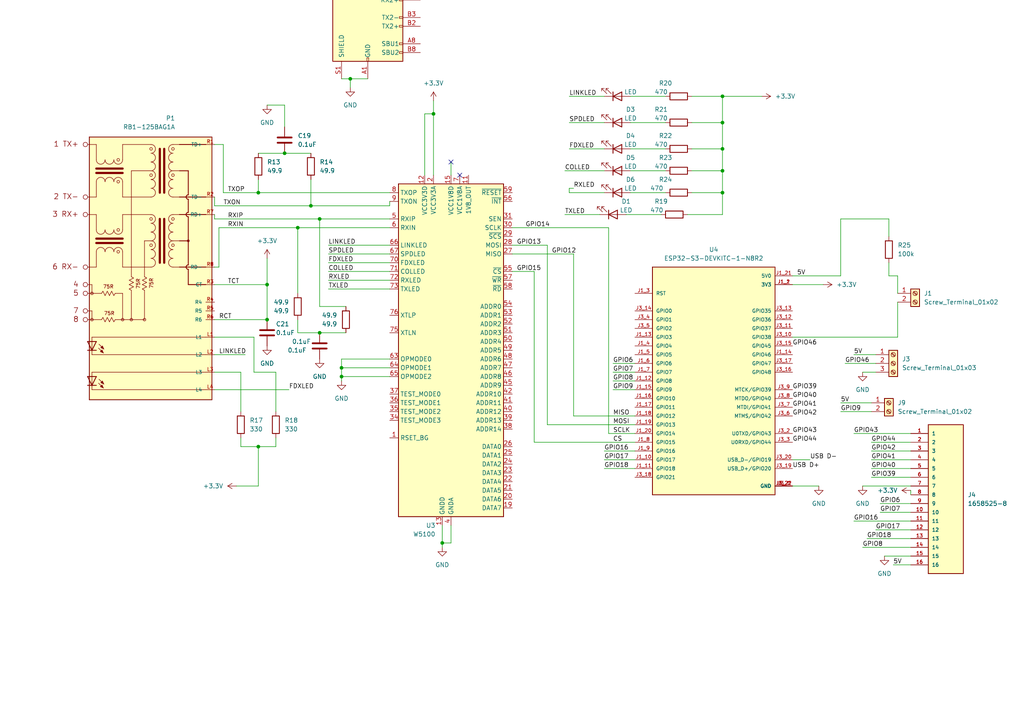
<source format=kicad_sch>
(kicad_sch (version 20230121) (generator eeschema)
  (paper "A4")
  (lib_symbols
    (symbol "Connector:Screw_Terminal_01x02" (pin_names (offset 1.016) hide)
      (property "Reference" "J" (at 0 2.54 0))
      (property "Value" "Screw_Terminal_01x02" (at 0 -5.08 0))
      (symbol "Screw_Terminal_01x02_1_1"
        (pin passive line (at -5.08 0 0) (length 3.81) (name "Pin_1") (number "1"))
        (pin passive line (at -5.08 -2.54 0) (length 3.81) (name "Pin_2") (number "2"))
      )
    )
    (symbol "Connector:Screw_Terminal_01x03" (pin_names (offset 1.016) hide)
      (property "Reference" "J" (at 0 5.08 0))
      (property "Value" "Screw_Terminal_01x03" (at 0 -5.08 0))
      (symbol "Screw_Terminal_01x03_1_1"
        (pin passive line (at -5.08 2.54 0) (length 3.81) (name "Pin_1") (number "1"))
        (pin passive line (at -5.08 0 0) (length 3.81) (name "Pin_2") (number "2"))
        (pin passive line (at -5.08 -2.54 0) (length 3.81) (name "Pin_3") (number "3"))
      )
    )
    (symbol "Connector:USB_C_Plug" (pin_names (offset 1.016))
      (property "Reference" "P" (at -10.16 29.21 0))
      (property "Value" "USB_C_Plug" (at 10.16 29.21 0))
      (symbol "USB_C_Plug_1_1"
        (pin passive line (at 0 -40.64 90) (length 5.08) (name "GND") (number "A1"))
        (pin bidirectional line (at 15.24 -15.24 180) (length 5.08) (name "RX2-") (number "A10"))
        (pin bidirectional line (at 15.24 -17.78 180) (length 5.08) (name "RX2+") (number "A11"))
        (pin passive line (at 0 -40.64 90) (length 5.08) hide (name "GND") (number "A12"))
        (pin bidirectional line (at 15.24 -10.16 180) (length 5.08) (name "TX1+") (number "A2"))
        (pin bidirectional line (at 15.24 -7.62 180) (length 5.08) (name "TX1-") (number "A3"))
        (pin passive line (at 15.24 25.4 180) (length 5.08) (name "VBUS") (number "A4"))
        (pin bidirectional line (at 15.24 20.32 180) (length 5.08) (name "CC") (number "A5"))
        (pin bidirectional line (at 15.24 7.62 180) (length 5.08) (name "D+") (number "A6"))
        (pin bidirectional line (at 15.24 12.7 180) (length 5.08) (name "D-") (number "A7"))
        (pin bidirectional line (at 15.24 -30.48 180) (length 5.08) (name "SBU1") (number "A8"))
        (pin passive line (at 15.24 25.4 180) (length 5.08) hide (name "VBUS") (number "A9"))
        (pin passive line (at 0 -40.64 90) (length 5.08) hide (name "GND") (number "B1"))
        (pin bidirectional line (at 15.24 0 180) (length 5.08) (name "RX1-") (number "B10"))
        (pin bidirectional line (at 15.24 -2.54 180) (length 5.08) (name "RX1+") (number "B11"))
        (pin passive line (at 0 -40.64 90) (length 5.08) hide (name "GND") (number "B12"))
        (pin bidirectional line (at 15.24 -25.4 180) (length 5.08) (name "TX2+") (number "B2"))
        (pin bidirectional line (at 15.24 -22.86 180) (length 5.08) (name "TX2-") (number "B3"))
        (pin passive line (at 15.24 25.4 180) (length 5.08) hide (name "VBUS") (number "B4"))
        (pin bidirectional line (at 15.24 17.78 180) (length 5.08) (name "VCONN") (number "B5"))
        (pin bidirectional line (at 15.24 -33.02 180) (length 5.08) (name "SBU2") (number "B8"))
        (pin passive line (at 15.24 25.4 180) (length 5.08) hide (name "VBUS") (number "B9"))
        (pin passive line (at -7.62 -40.64 90) (length 5.08) (name "SHIELD") (number "S1"))
      )
    )
    (symbol "Device:C" (pin_numbers hide) (pin_names (offset 0.254))
      (property "Reference" "C" (at 0.635 2.54 0))
      (property "Value" "C" (at 0.635 -2.54 0))
      (symbol "C_1_1"
        (pin passive line (at 0 3.81 270) (length 2.794) (name "~") (number "1"))
        (pin passive line (at 0 -3.81 90) (length 2.794) (name "~") (number "2"))
      )
    )
    (symbol "Device:LED" (pin_numbers hide) (pin_names (offset 1.016) hide)
      (property "Reference" "D" (at 0 2.54 0))
      (property "Value" "LED" (at 0 -2.54 0))
      (symbol "LED_1_1"
        (pin passive line (at -3.81 0 0) (length 2.54) (name "K") (number "1"))
        (pin passive line (at 3.81 0 180) (length 2.54) (name "A") (number "2"))
      )
    )
    (symbol "Device:R" (pin_numbers hide) (pin_names (offset 0))
      (property "Reference" "R" (at 2.032 0 90))
      (property "Value" "R" (at 0 0 90))
      (symbol "R_1_1"
        (pin passive line (at 0 3.81 270) (length 1.27) (name "~") (number "1"))
        (pin passive line (at 0 -3.81 90) (length 1.27) (name "~") (number "2"))
      )
    )
    (symbol "ESP32:ESP32-S3-DEVKITC-1-N8R2" (pin_names (offset 1.016))
      (property "Reference" "U" (at -17.78 35.56 0))
      (property "Value" "ESP32-S3-DEVKITC-1-N8R2" (at -17.78 -35.56 0))
      (symbol "ESP32-S3-DEVKITC-1-N8R2_0_0"
        (pin power_in line (at 22.86 27.94 180) (length 5.08) (name "3V3") (number "J1_1"))
        (pin bidirectional line (at -22.86 -22.86 0) (length 5.08) (name "GPIO17") (number "J1_10"))
        (pin bidirectional line (at -22.86 -25.4 0) (length 5.08) (name "GPIO18") (number "J1_11"))
        (pin bidirectional line (at -22.86 0 0) (length 5.08) (name "GPIO8") (number "J1_12"))
        (pin bidirectional line (at -22.86 12.7 0) (length 5.08) (name "GPIO3") (number "J1_13"))
        (pin bidirectional line (at 22.86 7.62 180) (length 5.08) (name "GPIO46") (number "J1_14"))
        (pin bidirectional line (at -22.86 -2.54 0) (length 5.08) (name "GPIO9") (number "J1_15"))
        (pin bidirectional line (at -22.86 -5.08 0) (length 5.08) (name "GPIO10") (number "J1_16"))
        (pin bidirectional line (at -22.86 -7.62 0) (length 5.08) (name "GPIO11") (number "J1_17"))
        (pin bidirectional line (at -22.86 -10.16 0) (length 5.08) (name "GPIO12") (number "J1_18"))
        (pin bidirectional line (at -22.86 -12.7 0) (length 5.08) (name "GPIO13") (number "J1_19"))
        (pin power_in line (at 22.86 27.94 180) (length 5.08) (name "3V3") (number "J1_2"))
        (pin bidirectional line (at -22.86 -15.24 0) (length 5.08) (name "GPIO14") (number "J1_20"))
        (pin power_in line (at 22.86 30.48 180) (length 5.08) (name "5V0") (number "J1_21"))
        (pin power_in line (at 22.86 -30.48 180) (length 5.08) (name "GND") (number "J1_22"))
        (pin input line (at -22.86 25.4 0) (length 5.08) (name "RST") (number "J1_3"))
        (pin bidirectional line (at -22.86 10.16 0) (length 5.08) (name "GPIO4") (number "J1_4"))
        (pin bidirectional line (at -22.86 7.62 0) (length 5.08) (name "GPIO5") (number "J1_5"))
        (pin bidirectional line (at -22.86 5.08 0) (length 5.08) (name "GPIO6") (number "J1_6"))
        (pin bidirectional line (at -22.86 2.54 0) (length 5.08) (name "GPIO7") (number "J1_7"))
        (pin bidirectional line (at -22.86 -17.78 0) (length 5.08) (name "GPIO15") (number "J1_8"))
        (pin bidirectional line (at -22.86 -20.32 0) (length 5.08) (name "GPIO16") (number "J1_9"))
        (pin power_in line (at 22.86 -30.48 180) (length 5.08) (name "GND") (number "J3_1"))
        (pin bidirectional line (at 22.86 12.7 180) (length 5.08) (name "GPIO38") (number "J3_10"))
        (pin bidirectional line (at 22.86 15.24 180) (length 5.08) (name "GPIO37") (number "J3_11"))
        (pin bidirectional line (at 22.86 17.78 180) (length 5.08) (name "GPIO36") (number "J3_12"))
        (pin bidirectional line (at 22.86 20.32 180) (length 5.08) (name "GPIO35") (number "J3_13"))
        (pin bidirectional line (at -22.86 20.32 0) (length 5.08) (name "GPIO0") (number "J3_14"))
        (pin bidirectional line (at 22.86 10.16 180) (length 5.08) (name "GPIO45") (number "J3_15"))
        (pin bidirectional line (at 22.86 2.54 180) (length 5.08) (name "GPIO48") (number "J3_16"))
        (pin bidirectional line (at 22.86 5.08 180) (length 5.08) (name "GPIO47") (number "J3_17"))
        (pin bidirectional line (at -22.86 -27.94 0) (length 5.08) (name "GPIO21") (number "J3_18"))
        (pin bidirectional line (at 22.86 -25.4 180) (length 5.08) (name "USB_D+/GPIO20") (number "J3_19"))
        (pin bidirectional line (at 22.86 -15.24 180) (length 5.08) (name "U0TXD/GPIO43") (number "J3_2"))
        (pin bidirectional line (at 22.86 -22.86 180) (length 5.08) (name "USB_D-/GPIO19") (number "J3_20"))
        (pin power_in line (at 22.86 -30.48 180) (length 5.08) (name "GND") (number "J3_21"))
        (pin power_in line (at 22.86 -30.48 180) (length 5.08) (name "GND") (number "J3_22"))
        (pin bidirectional line (at 22.86 -17.78 180) (length 5.08) (name "U0RXD/GPIO44") (number "J3_3"))
        (pin bidirectional line (at -22.86 17.78 0) (length 5.08) (name "GPIO1") (number "J3_4"))
        (pin bidirectional line (at -22.86 15.24 0) (length 5.08) (name "GPIO2") (number "J3_5"))
        (pin bidirectional line (at 22.86 -10.16 180) (length 5.08) (name "MTMS/GPIO42") (number "J3_6"))
        (pin bidirectional line (at 22.86 -7.62 180) (length 5.08) (name "MTDI/GPIO41") (number "J3_7"))
        (pin bidirectional line (at 22.86 -5.08 180) (length 5.08) (name "MTDO/GPIO40") (number "J3_8"))
        (pin bidirectional line (at 22.86 -2.54 180) (length 5.08) (name "MTCK/GPIO39") (number "J3_9"))
      )
    )
    (symbol "GND_1" (power) (pin_names (offset 0))
      (property "Value" "GND_1" (at 0 -3.81 0))
      (symbol "GND_1_1_1"
        (pin power_in line (at 0 0 270) (length 0) hide (name "GND") (number "1"))
      )
    )
    (symbol "GND_2" (power) (pin_names (offset 0))
      (property "Value" "GND_2" (at 0 -3.81 0))
      (symbol "GND_2_1_1"
        (pin power_in line (at 0 0 270) (length 0) hide (name "GND") (number "1"))
      )
    )
    (symbol "GND_3" (power) (pin_names (offset 0))
      (property "Value" "GND_3" (at 0 -3.81 0))
      (symbol "GND_3_1_1"
        (pin power_in line (at 0 0 270) (length 0) hide (name "GND") (number "1"))
      )
    )
    (symbol "GND_4" (power) (pin_names (offset 0))
      (property "Value" "GND_4" (at 0 -3.81 0))
      (symbol "GND_4_1_1"
        (pin power_in line (at 0 0 270) (length 0) hide (name "GND") (number "1"))
      )
    )
    (symbol "GND_5" (power) (pin_names (offset 0))
      (property "Value" "GND_5" (at 0 -3.81 0))
      (symbol "GND_5_1_1"
        (pin power_in line (at 0 0 270) (length 0) hide (name "GND") (number "1"))
      )
    )
    (symbol "GND_6" (power) (pin_names (offset 0))
      (property "Value" "GND_6" (at 0 -3.81 0))
      (symbol "GND_6_1_1"
        (pin power_in line (at 0 0 270) (length 0) hide (name "GND") (number "1"))
      )
    )
    (symbol "GND_7" (power) (pin_names (offset 0))
      (property "Value" "GND_7" (at 0 -3.81 0))
      (symbol "GND_7_1_1"
        (pin power_in line (at 0 0 270) (length 0) hide (name "GND") (number "1"))
      )
    )
    (symbol "GND_8" (power) (pin_names (offset 0))
      (property "Value" "GND_8" (at 0 -3.81 0))
      (symbol "GND_8_1_1"
        (pin power_in line (at 0 0 270) (length 0) hide (name "GND") (number "1"))
      )
    )
    (symbol "GND_9" (power) (pin_names (offset 0))
      (property "Value" "GND_9" (at 0 -3.81 0))
      (symbol "GND_9_1_1"
        (pin power_in line (at 0 0 270) (length 0) hide (name "GND") (number "1"))
      )
    )
    (symbol "Interface_Ethernet:W5100"
      (property "Reference" "U" (at -15.24 49.53 0))
      (property "Value" "W5100" (at 15.24 49.53 0))
      (symbol "W5100_1_1"
        (pin output line (at 17.78 -25.4 180) (length 2.54) (name "RSET_BG") (number "1"))
        (pin passive line (at 0 -50.8 90) (length 2.54) hide (name "GNDA") (number "10"))
        (pin power_out line (at -5.08 50.8 270) (length 2.54) (name "1V8_OUT") (number "11"))
        (pin power_in line (at 7.62 50.8 270) (length 2.54) (name "VCC3V3D") (number "12"))
        (pin power_in line (at 2.54 -50.8 90) (length 2.54) (name "GNDD") (number "13"))
        (pin passive line (at 2.54 -50.8 90) (length 2.54) hide (name "GNDD") (number "14"))
        (pin power_in line (at 0 50.8 270) (length 2.54) (name "VCC1V8D") (number "15"))
        (pin passive line (at 0 50.8 270) (length 2.54) hide (name "VCC1V8D") (number "16"))
        (pin passive line (at 2.54 -50.8 90) (length 2.54) hide (name "GNDD") (number "17"))
        (pin passive line (at 7.62 50.8 270) (length 2.54) hide (name "VCC3V3D") (number "18"))
        (pin bidirectional line (at -17.78 -45.72 0) (length 2.54) (name "DATA7") (number "19"))
        (pin power_in line (at 5.08 50.8 270) (length 2.54) (name "VCC3V3A") (number "2"))
        (pin bidirectional line (at -17.78 -43.18 0) (length 2.54) (name "DATA6") (number "20"))
        (pin bidirectional line (at -17.78 -40.64 0) (length 2.54) (name "DATA5") (number "21"))
        (pin bidirectional line (at -17.78 -38.1 0) (length 2.54) (name "DATA4") (number "22"))
        (pin bidirectional line (at -17.78 -35.56 0) (length 2.54) (name "DATA3") (number "23"))
        (pin bidirectional line (at -17.78 -33.02 0) (length 2.54) (name "DATA2") (number "24"))
        (pin bidirectional line (at -17.78 -30.48 0) (length 2.54) (name "DATA1") (number "25"))
        (pin bidirectional line (at -17.78 -27.94 0) (length 2.54) (name "DATA0") (number "26"))
        (pin output line (at -17.78 27.94 0) (length 2.54) (name "MISO") (number "27"))
        (pin input line (at -17.78 30.48 0) (length 2.54) (name "MOSI") (number "28"))
        (pin input line (at -17.78 33.02 0) (length 2.54) (name "~{SCS}") (number "29"))
        (pin no_connect line (at 15.24 -30.48 180) (length 2.54) hide (name "NC") (number "3"))
        (pin input line (at -17.78 35.56 0) (length 2.54) (name "SCLK") (number "30"))
        (pin input line (at -17.78 38.1 0) (length 2.54) (name "SEN") (number "31"))
        (pin passive line (at 2.54 -50.8 90) (length 2.54) hide (name "GNDD") (number "32"))
        (pin passive line (at 0 50.8 270) (length 2.54) hide (name "VCC1V8D") (number "33"))
        (pin input line (at 17.78 -20.32 180) (length 2.54) (name "TEST_MODE3") (number "34"))
        (pin input line (at 17.78 -17.78 180) (length 2.54) (name "TEST_MODE2") (number "35"))
        (pin input line (at 17.78 -15.24 180) (length 2.54) (name "TEST_MODE1") (number "36"))
        (pin input line (at 17.78 -12.7 180) (length 2.54) (name "TEST_MODE0") (number "37"))
        (pin input line (at -17.78 -22.86 0) (length 2.54) (name "ADDR14") (number "38"))
        (pin input line (at -17.78 -20.32 0) (length 2.54) (name "ADDR13") (number "39"))
        (pin power_in line (at 0 -50.8 90) (length 2.54) (name "GNDA") (number "4"))
        (pin input line (at -17.78 -17.78 0) (length 2.54) (name "ADDR12") (number "40"))
        (pin input line (at -17.78 -15.24 0) (length 2.54) (name "ADDR11") (number "41"))
        (pin input line (at -17.78 -12.7 0) (length 2.54) (name "ADDR10") (number "42"))
        (pin passive line (at 2.54 -50.8 90) (length 2.54) hide (name "GNDD") (number "43"))
        (pin passive line (at 7.62 50.8 270) (length 2.54) hide (name "VCC3V3D") (number "44"))
        (pin input line (at -17.78 -10.16 0) (length 2.54) (name "ADDR9") (number "45"))
        (pin input line (at -17.78 -7.62 0) (length 2.54) (name "ADDR8") (number "46"))
        (pin input line (at -17.78 -5.08 0) (length 2.54) (name "ADDR7") (number "47"))
        (pin input line (at -17.78 -2.54 0) (length 2.54) (name "ADDR6") (number "48"))
        (pin input line (at -17.78 0 0) (length 2.54) (name "ADDR5") (number "49"))
        (pin input line (at 17.78 38.1 180) (length 2.54) (name "RXIP") (number "5"))
        (pin input line (at -17.78 2.54 0) (length 2.54) (name "ADDR4") (number "50"))
        (pin input line (at -17.78 5.08 0) (length 2.54) (name "ADDR3") (number "51"))
        (pin input line (at -17.78 7.62 0) (length 2.54) (name "ADDR2") (number "52"))
        (pin input line (at -17.78 10.16 0) (length 2.54) (name "ADDR1") (number "53"))
        (pin input line (at -17.78 12.7 0) (length 2.54) (name "ADDR0") (number "54"))
        (pin input line (at -17.78 22.86 0) (length 2.54) (name "~{CS}") (number "55"))
        (pin output line (at -17.78 43.18 0) (length 2.54) (name "~{INT}") (number "56"))
        (pin input line (at -17.78 20.32 0) (length 2.54) (name "~{WR}") (number "57"))
        (pin input line (at -17.78 17.78 0) (length 2.54) (name "~{RD}") (number "58"))
        (pin input line (at -17.78 45.72 0) (length 2.54) (name "~{RESET}") (number "59"))
        (pin input line (at 17.78 35.56 180) (length 2.54) (name "RXIN") (number "6"))
        (pin no_connect line (at 15.24 -33.02 180) (length 2.54) hide (name "NC") (number "60"))
        (pin no_connect line (at 15.24 -35.56 180) (length 2.54) hide (name "NC") (number "61"))
        (pin no_connect line (at 15.24 -38.1 180) (length 2.54) hide (name "NC") (number "62"))
        (pin input line (at 17.78 -2.54 180) (length 2.54) (name "OPMODE0") (number "63"))
        (pin input line (at 17.78 -5.08 180) (length 2.54) (name "OPMODE1") (number "64"))
        (pin input line (at 17.78 -7.62 180) (length 2.54) (name "OPMODE2") (number "65"))
        (pin output line (at 17.78 30.48 180) (length 2.54) (name "LINKLED") (number "66"))
        (pin output line (at 17.78 27.94 180) (length 2.54) (name "SPDLED") (number "67"))
        (pin passive line (at 2.54 -50.8 90) (length 2.54) hide (name "GNDD") (number "68"))
        (pin passive line (at 0 50.8 270) (length 2.54) hide (name "VCC1V8D") (number "69"))
        (pin power_in line (at -2.54 50.8 270) (length 2.54) (name "VCC1V8A") (number "7"))
        (pin output line (at 17.78 25.4 180) (length 2.54) (name "FDXLED") (number "70"))
        (pin output line (at 17.78 22.86 180) (length 2.54) (name "COLLED") (number "71"))
        (pin output line (at 17.78 20.32 180) (length 2.54) (name "RXLED") (number "72"))
        (pin output line (at 17.78 17.78 180) (length 2.54) (name "TXLED") (number "73"))
        (pin passive line (at -2.54 50.8 270) (length 2.54) hide (name "VCC1V8A") (number "74"))
        (pin input line (at 17.78 5.08 180) (length 2.54) (name "XTLN") (number "75"))
        (pin output line (at 17.78 10.16 180) (length 2.54) (name "XTLP") (number "76"))
        (pin passive line (at 0 -50.8 90) (length 2.54) hide (name "GNDA") (number "77"))
        (pin no_connect line (at 15.24 -40.64 180) (length 2.54) hide (name "NC") (number "78"))
        (pin no_connect line (at 15.24 -43.18 180) (length 2.54) hide (name "NC") (number "79"))
        (pin output line (at 17.78 45.72 180) (length 2.54) (name "TXOP") (number "8"))
        (pin no_connect line (at 15.24 -45.72 180) (length 2.54) hide (name "NC") (number "80"))
        (pin output line (at 17.78 43.18 180) (length 2.54) (name "TXON") (number "9"))
      )
    )
    (symbol "Power_Protection:SP0503BAHT" (pin_names hide)
      (property "Reference" "D" (at 5.715 2.54 0))
      (property "Value" "SP0503BAHT" (at 5.715 0.635 0))
      (symbol "SP0503BAHT_0_0"
        (pin passive line (at 0 -5.08 90) (length 2.54) (name "A") (number "1"))
      )
      (symbol "SP0503BAHT_1_1"
        (pin passive line (at -2.54 5.08 270) (length 2.54) (name "K") (number "2"))
        (pin passive line (at 0 5.08 270) (length 2.54) (name "K") (number "3"))
        (pin passive line (at 2.54 5.08 270) (length 2.54) (name "K") (number "4"))
      )
    )
    (symbol "RJ452:RB1-125BAG1A" (pin_names (offset 1.016))
      (property "Reference" "P" (at -17.8053 39.426 0))
      (property "Value" "RB1-125BAG1A" (at -17.7853 -40.6522 0))
      (symbol "RB1-125BAG1A_0_0"
        (text "1 TX+" (at 19.0712 34.8367 0) (effects (font (size 1.5257 1.5257)) (justify left bottom)))
        (text "2 TX-" (at 19.0853 19.5943 0) (effects (font (size 1.5268 1.5268)) (justify left bottom)))
        (text "3 RX+" (at 19.0721 14.4948 0) (effects (font (size 1.5258 1.5258)) (justify left bottom)))
        (text "4" (at 19.0713 -5.8485 0) (effects (font (size 1.5257 1.5257)) (justify left bottom)))
        (text "5" (at 19.0721 -8.3917 0) (effects (font (size 1.5258 1.5258)) (justify left bottom)))
        (text "6 RX-" (at 19.0786 -0.7631 0) (effects (font (size 1.5263 1.5263)) (justify left bottom)))
        (text "7" (at 19.0686 -13.4751 0) (effects (font (size 1.5255 1.5255)) (justify left bottom)))
        (text "75R" (at -1.398 -6.2274 900) (effects (font (size 1.0167 1.0167)) (justify left bottom)))
        (text "75R" (at 2.4177 -6.3624 900) (effects (font (size 1.018 1.018)) (justify left bottom)))
        (text "75R" (at 8.6463 -13.9866 0) (effects (font (size 1.0172 1.0172)) (justify left bottom)))
        (text "75R" (at 8.9059 -6.2341 0) (effects (font (size 1.0178 1.0178)) (justify left bottom)))
        (text "8" (at 19.0559 -16.007 0) (effects (font (size 1.5245 1.5245)) (justify left bottom)))
        (pin passive line (at -20.32 -20.32 0) (length 2.54) (name "L1") (number "L1"))
        (pin passive line (at -20.32 -25.4 0) (length 2.54) (name "L2") (number "L2"))
        (pin passive line (at -20.32 -30.48 0) (length 2.54) (name "L3") (number "L3"))
        (pin passive line (at -20.32 -35.56 0) (length 2.54) (name "L4") (number "L4"))
        (pin input line (at -20.32 35.56 0) (length 2.54) (name "TD+") (number "R1"))
        (pin input line (at -20.32 20.32 0) (length 2.54) (name "TD-") (number "R2"))
        (pin input line (at -20.32 -5.08 0) (length 2.54) (name "CT") (number "R3"))
        (pin input line (at -20.32 -10.16 0) (length 2.54) (name "R4") (number "R4"))
        (pin input line (at -20.32 -12.7 0) (length 2.54) (name "R5") (number "R5"))
        (pin input line (at -20.32 -15.24 0) (length 2.54) (name "R6") (number "R6"))
        (pin input line (at -20.32 15.24 0) (length 2.54) (name "RD+") (number "R7"))
        (pin input line (at -20.32 0 0) (length 2.54) (name "RD-") (number "R8"))
      )
    )
    (symbol "blocks:1658525-8" (pin_names (offset 1.016))
      (property "Reference" "J" (at -5.58 22.86 0))
      (property "Value" "1658525-8" (at -5.08 -22.86 0))
      (symbol "1658525-8_0_0"
        (pin passive line (at -10.16 20.32 0) (length 5.08) (name "1") (number "1"))
        (pin passive line (at -10.16 -2.54 0) (length 5.08) (name "10") (number "10"))
        (pin passive line (at -10.16 -5.08 0) (length 5.08) (name "11") (number "11"))
        (pin passive line (at -10.16 -7.62 0) (length 5.08) (name "12") (number "12"))
        (pin passive line (at -10.16 -10.16 0) (length 5.08) (name "13") (number "13"))
        (pin passive line (at -10.16 -12.7 0) (length 5.08) (name "14") (number "14"))
        (pin passive line (at -10.16 -15.24 0) (length 5.08) (name "15") (number "15"))
        (pin passive line (at -10.16 -17.78 0) (length 5.08) (name "16") (number "16"))
        (pin passive line (at -10.16 17.78 0) (length 5.08) (name "2") (number "2"))
        (pin passive line (at -10.16 15.24 0) (length 5.08) (name "3") (number "3"))
        (pin passive line (at -10.16 12.7 0) (length 5.08) (name "4") (number "4"))
        (pin passive line (at -10.16 10.16 0) (length 5.08) (name "5") (number "5"))
        (pin passive line (at -10.16 7.62 0) (length 5.08) (name "6") (number "6"))
        (pin passive line (at -10.16 5.08 0) (length 5.08) (name "7") (number "7"))
        (pin passive line (at -10.16 2.54 0) (length 5.08) (name "8") (number "8"))
        (pin passive line (at -10.16 0 0) (length 5.08) (name "9") (number "9"))
      )
    )
    (symbol "power:+3.3V" (power) (pin_names (offset 0))
      (property "Value" "+3.3V" (at 0 3.556 0))
      (symbol "+3.3V_1_1"
        (pin power_in line (at 0 0 90) (length 0) hide (name "+3.3V") (number "1"))
      )
    )
    (symbol "power:GND" (power) (pin_names (offset 0))
      (property "Value" "GND" (at 0 -3.81 0))
      (symbol "GND_1_1"
        (pin power_in line (at 0 0 270) (length 0) hide (name "GND") (number "1"))
      )
    )
  )
  (junction (at 99.06 106.68))
  (junction (at 92.71 63.5))
  (junction (at 209.55 27.94))
  (junction (at 90.17 59.69))
  (junction (at 101.6 22.86))
  (junction (at 92.71 96.52))
  (junction (at 74.93 129.54))
  (junction (at 74.93 55.88))
  (junction (at 86.36 66.04))
  (junction (at 77.47 92.71))
  (junction (at 125.73 33.02))
  (junction (at 209.55 35.56))
  (junction (at 77.47 82.55))
  (junction (at 209.55 49.53))
  (junction (at 209.55 55.88))
  (junction (at 82.55 44.45))
  (junction (at 99.06 109.22))
  (junction (at 128.27 157.48))
  (junction (at 209.55 43.18))
  (no_connect (at 133.35 50.8))
  (no_connect (at 130.81 46.99))
  (wire (pts (xy 113.03 106.68) (xy 99.06 106.68)))
  (wire (pts (xy 166.37 73.66) (xy 148.59 73.66)))
  (wire (pts (xy 184.15 128.27) (xy 154.94 128.27)))
  (wire (pts (xy 99.06 22.86) (xy 101.6 22.86)))
  (wire (pts (xy 86.36 96.52) (xy 92.71 96.52)))
  (wire (pts (xy 99.06 109.22) (xy 99.06 110.49)))
  (wire (pts (xy 73.66 97.79) (xy 62.23 97.79)))
  (wire (pts (xy 252.73 135.89) (xy 264.16 135.89)))
  (wire (pts (xy 252.73 130.81) (xy 264.16 130.81)))
  (wire (pts (xy 229.87 133.35) (xy 234.95 133.35)))
  (wire (pts (xy 256.54 161.29) (xy 264.16 161.29)))
  (wire (pts (xy 74.93 52.07) (xy 74.93 55.88)))
  (wire (pts (xy 113.03 59.69) (xy 113.03 58.42)))
  (wire (pts (xy 128.27 157.48) (xy 128.27 158.75)))
  (wire (pts (xy 177.8 105.41) (xy 184.15 105.41)))
  (wire (pts (xy 255.27 146.05) (xy 264.16 146.05)))
  (wire (pts (xy 77.47 74.93) (xy 77.47 82.55)))
  (wire (pts (xy 182.88 27.94) (xy 193.04 27.94)))
  (wire (pts (xy 209.55 43.18) (xy 209.55 35.56)))
  (wire (pts (xy 229.87 80.01) (xy 243.84 80.01)))
  (wire (pts (xy 74.93 140.97) (xy 74.93 129.54)))
  (wire (pts (xy 130.81 46.99) (xy 130.81 50.8)))
  (wire (pts (xy 113.03 109.22) (xy 99.06 109.22)))
  (wire (pts (xy 62.23 77.47) (xy 63.5 77.47)))
  (wire (pts (xy 62.23 113.03) (xy 83.82 113.03)))
  (wire (pts (xy 77.47 30.48) (xy 82.55 30.48)))
  (wire (pts (xy 209.55 49.53) (xy 209.55 43.18)))
  (wire (pts (xy 99.06 106.68) (xy 99.06 109.22)))
  (wire (pts (xy 62.23 41.91) (xy 64.77 41.91)))
  (wire (pts (xy 165.1 55.88) (xy 175.26 55.88)))
  (wire (pts (xy 259.08 163.83) (xy 264.16 163.83)))
  (wire (pts (xy 250.19 158.75) (xy 264.16 158.75)))
  (wire (pts (xy 68.58 140.97) (xy 74.93 140.97)))
  (wire (pts (xy 182.88 43.18) (xy 193.04 43.18)))
  (wire (pts (xy 175.26 133.35) (xy 184.15 133.35)))
  (wire (pts (xy 148.59 78.74) (xy 154.94 78.74)))
  (wire (pts (xy 95.25 71.12) (xy 113.03 71.12)))
  (wire (pts (xy 121.92 -43.18) (xy 129.54 -43.18)))
  (wire (pts (xy 92.71 96.52) (xy 100.33 96.52)))
  (wire (pts (xy 229.87 140.97) (xy 237.49 140.97)))
  (wire (pts (xy 69.85 129.54) (xy 74.93 129.54)))
  (wire (pts (xy 163.83 -17.78) (xy 162.56 -17.78)))
  (wire (pts (xy 176.53 125.73) (xy 176.53 66.04)))
  (wire (pts (xy 252.73 138.43) (xy 264.16 138.43)))
  (wire (pts (xy 80.01 127) (xy 80.01 129.54)))
  (wire (pts (xy 209.55 62.23) (xy 209.55 55.88)))
  (wire (pts (xy 184.15 123.19) (xy 158.75 123.19)))
  (wire (pts (xy 95.25 76.2) (xy 113.03 76.2)))
  (wire (pts (xy 243.84 63.5) (xy 243.84 80.01)))
  (wire (pts (xy 82.55 30.48) (xy 82.55 36.83)))
  (wire (pts (xy 243.84 63.5) (xy 257.81 63.5)))
  (wire (pts (xy 121.92 -25.4) (xy 138.43 -25.4)))
  (wire (pts (xy 74.93 55.88) (xy 113.03 55.88)))
  (wire (pts (xy 229.87 82.55) (xy 238.76 82.55)))
  (wire (pts (xy 243.84 119.38) (xy 252.73 119.38)))
  (wire (pts (xy 64.77 41.91) (xy 64.77 55.88)))
  (wire (pts (xy 247.65 125.73) (xy 264.16 125.73)))
  (wire (pts (xy 264.16 142.24) (xy 264.16 143.51)))
  (wire (pts (xy 257.81 76.2) (xy 257.81 80.01)))
  (wire (pts (xy 177.8 113.03) (xy 184.15 113.03)))
  (wire (pts (xy 182.88 49.53) (xy 193.04 49.53)))
  (wire (pts (xy 86.36 92.71) (xy 86.36 96.52)))
  (wire (pts (xy 125.73 33.02) (xy 125.73 50.8)))
  (wire (pts (xy 252.73 133.35) (xy 264.16 133.35)))
  (wire (pts (xy 260.35 97.79) (xy 260.35 87.63)))
  (wire (pts (xy 200.66 27.94) (xy 209.55 27.94)))
  (wire (pts (xy 123.19 33.02) (xy 123.19 50.8)))
  (wire (pts (xy 90.17 59.69) (xy 113.03 59.69)))
  (wire (pts (xy 154.94 128.27) (xy 154.94 78.74)))
  (wire (pts (xy 163.83 49.53) (xy 175.26 49.53)))
  (wire (pts (xy 160.02 -40.64) (xy 154.94 -40.64)))
  (wire (pts (xy 251.46 156.21) (xy 264.16 156.21)))
  (wire (pts (xy 165.1 55.88) (xy 165.1 54.61)))
  (wire (pts (xy 182.88 55.88) (xy 193.04 55.88)))
  (wire (pts (xy 69.85 119.38) (xy 69.85 107.95)))
  (wire (pts (xy 82.55 44.45) (xy 90.17 44.45)))
  (wire (pts (xy 144.78 -15.24) (xy 152.4 -15.24)))
  (wire (pts (xy 143.51 -20.32) (xy 152.4 -20.32)))
  (wire (pts (xy 92.71 63.5) (xy 92.71 88.9)))
  (wire (pts (xy 254 153.67) (xy 264.16 153.67)))
  (wire (pts (xy 92.71 63.5) (xy 113.03 63.5)))
  (wire (pts (xy 62.23 107.95) (xy 69.85 107.95)))
  (wire (pts (xy 177.8 110.49) (xy 184.15 110.49)))
  (wire (pts (xy 80.01 119.38) (xy 80.01 107.95)))
  (wire (pts (xy 63.5 77.47) (xy 63.5 66.04)))
  (wire (pts (xy 175.26 135.89) (xy 184.15 135.89)))
  (wire (pts (xy 69.85 129.54) (xy 69.85 127)))
  (wire (pts (xy 86.36 66.04) (xy 86.36 85.09)))
  (wire (pts (xy 257.81 63.5) (xy 257.81 68.58)))
  (wire (pts (xy 148.59 66.04) (xy 176.53 66.04)))
  (wire (pts (xy 257.81 80.01) (xy 260.35 80.01)))
  (wire (pts (xy 128.27 157.48) (xy 130.81 157.48)))
  (wire (pts (xy 90.17 52.07) (xy 90.17 59.69)))
  (wire (pts (xy 158.75 123.19) (xy 158.75 71.12)))
  (wire (pts (xy 177.8 107.95) (xy 184.15 107.95)))
  (wire (pts (xy 181.61 62.23) (xy 191.77 62.23)))
  (wire (pts (xy 62.23 59.69) (xy 90.17 59.69)))
  (wire (pts (xy 200.66 43.18) (xy 209.55 43.18)))
  (wire (pts (xy 95.25 78.74) (xy 113.03 78.74)))
  (wire (pts (xy 144.78 -17.78) (xy 152.4 -17.78)))
  (wire (pts (xy 149.86 -43.18) (xy 160.02 -43.18)))
  (wire (pts (xy 165.1 27.94) (xy 175.26 27.94)))
  (wire (pts (xy 62.23 63.5) (xy 92.71 63.5)))
  (wire (pts (xy 125.73 29.21) (xy 125.73 33.02)))
  (wire (pts (xy 245.11 105.41) (xy 254 105.41)))
  (wire (pts (xy 250.19 140.97) (xy 264.16 140.97)))
  (wire (pts (xy 260.35 80.01) (xy 260.35 85.09)))
  (wire (pts (xy 113.03 104.14) (xy 99.06 104.14)))
  (wire (pts (xy 209.55 35.56) (xy 209.55 27.94)))
  (wire (pts (xy 184.15 120.65) (xy 166.37 120.65)))
  (wire (pts (xy 121.92 -30.48) (xy 137.16 -30.48)))
  (wire (pts (xy 165.1 35.56) (xy 175.26 35.56)))
  (wire (pts (xy 63.5 66.04) (xy 86.36 66.04)))
  (wire (pts (xy 209.55 27.94) (xy 220.98 27.94)))
  (wire (pts (xy 128.27 152.4) (xy 128.27 157.48)))
  (wire (pts (xy 101.6 22.86) (xy 106.68 22.86)))
  (wire (pts (xy 95.25 83.82) (xy 113.03 83.82)))
  (wire (pts (xy 62.23 82.55) (xy 77.47 82.55)))
  (wire (pts (xy 243.84 116.84) (xy 252.73 116.84)))
  (wire (pts (xy 100.33 88.9) (xy 92.71 88.9)))
  (wire (pts (xy 250.19 107.95) (xy 254 107.95)))
  (wire (pts (xy 166.37 120.65) (xy 166.37 73.66)))
  (wire (pts (xy 101.6 22.86) (xy 101.6 25.4)))
  (wire (pts (xy 200.66 35.56) (xy 209.55 35.56)))
  (wire (pts (xy 199.39 62.23) (xy 209.55 62.23)))
  (wire (pts (xy 80.01 107.95) (xy 73.66 107.95)))
  (wire (pts (xy 62.23 57.15) (xy 62.23 59.69)))
  (wire (pts (xy 255.27 148.59) (xy 264.16 148.59)))
  (wire (pts (xy 200.66 49.53) (xy 209.55 49.53)))
  (wire (pts (xy 209.55 55.88) (xy 209.55 49.53)))
  (wire (pts (xy 200.66 55.88) (xy 209.55 55.88)))
  (wire (pts (xy 99.06 104.14) (xy 99.06 106.68)))
  (wire (pts (xy 130.81 152.4) (xy 130.81 157.48)))
  (wire (pts (xy 74.93 129.54) (xy 80.01 129.54)))
  (wire (pts (xy 165.1 43.18) (xy 175.26 43.18)))
  (wire (pts (xy 74.93 44.45) (xy 82.55 44.45)))
  (wire (pts (xy 73.66 107.95) (xy 73.66 97.79)))
  (wire (pts (xy 62.23 62.23) (xy 62.23 63.5)))
  (wire (pts (xy 182.88 35.56) (xy 193.04 35.56)))
  (wire (pts (xy 95.25 81.28) (xy 113.03 81.28)))
  (wire (pts (xy 62.23 102.87) (xy 71.12 102.87)))
  (wire (pts (xy 158.75 71.12) (xy 148.59 71.12)))
  (wire (pts (xy 184.15 125.73) (xy 176.53 125.73)))
  (wire (pts (xy 247.65 151.13) (xy 264.16 151.13)))
  (wire (pts (xy 123.19 33.02) (xy 125.73 33.02)))
  (wire (pts (xy 64.77 55.88) (xy 74.93 55.88)))
  (wire (pts (xy 77.47 82.55) (xy 77.47 92.71)))
  (wire (pts (xy 165.1 54.61) (xy 166.37 54.61)))
  (wire (pts (xy 175.26 130.81) (xy 184.15 130.81)))
  (wire (pts (xy 95.25 73.66) (xy 113.03 73.66)))
  (wire (pts (xy 86.36 66.04) (xy 113.03 66.04)))
  (wire (pts (xy 247.65 102.87) (xy 254 102.87)))
  (wire (pts (xy 229.87 97.79) (xy 260.35 97.79)))
  (wire (pts (xy 163.83 62.23) (xy 173.99 62.23)))
  (wire (pts (xy 62.23 92.71) (xy 77.47 92.71)))
  (wire (pts (xy 252.73 128.27) (xy 264.16 128.27)))
  (label "MISO" (at 177.8 120.65 0))
  (label "VBUS" (at 149.86 -43.18 0))
  (label "SPDLED" (at 95.25 73.66 0))
  (label "GPIO8" (at 177.8 110.49 0))
  (label "TXLED" (at 163.83 62.23 0))
  (label "CS" (at 177.8 128.27 0))
  (label "TXON" (at 64.77 59.69 0))
  (label "GPIO12" (at 160.02 73.66 0))
  (label "GPIO39" (at 252.73 138.43 0))
  (label "TXOP" (at 66.04 55.88 0))
  (label "LINKLED" (at 165.1 27.94 0))
  (label "GPIO9" (at 177.8 113.03 0))
  (label "COLLED" (at 163.83 49.53 0))
  (label "COLLED" (at 95.25 78.74 0))
  (label "GPIO6" (at 177.8 105.41 0))
  (label "GPIO40" (at 229.87 115.57 0))
  (label "GPIO46" (at 229.87 100.33 0))
  (label "GPIO42" (at 252.73 130.81 0))
  (label "USB D-" (at 144.78 -17.78 0))
  (label "SCLK" (at 177.8 125.73 0))
  (label "USB D+" (at 229.87 135.89 0))
  (label "VBUS" (at 129.54 -43.18 0))
  (label "TCT" (at 66.04 82.55 0))
  (label "RXLED" (at 166.37 54.61 0))
  (label "GPIO44" (at 252.73 128.27 0))
  (label "FDXLED" (at 95.25 76.2 0))
  (label "LINKLED" (at 95.25 71.12 0))
  (label "5V" (at 247.65 102.87 0))
  (label "5V" (at 259.08 163.83 0))
  (label "TXLED" (at 95.25 83.82 0))
  (label "GPIO44" (at 229.87 128.27 0))
  (label "GPIO15" (at 149.86 78.74 0))
  (label "GPIO6" (at 255.27 146.05 0))
  (label "USB D-" (at 137.16 -30.48 0))
  (label "GPIO17" (at 254 153.67 0))
  (label "GPIO9" (at 243.84 119.38 0))
  (label "GPIO46" (at 245.11 105.41 0))
  (label "5V" (at 243.84 116.84 0))
  (label "FDXLED" (at 165.1 43.18 0))
  (label "GPIO16" (at 247.65 151.13 0))
  (label "GPIO7" (at 255.27 148.59 0))
  (label "VBUS" (at 143.51 -20.32 0))
  (label "5V" (at 231.14 80.01 0))
  (label "GPIO8" (at 250.19 158.75 0))
  (label "GPIO42" (at 229.87 120.65 0))
  (label "USB D-" (at 234.95 133.35 0))
  (label "RXIP" (at 66.04 63.5 0))
  (label "GPIO14" (at 152.4 66.04 0))
  (label "GPIO16" (at 175.26 130.81 0))
  (label "USB D+" (at 138.43 -25.4 0))
  (label "RXIN" (at 66.04 66.04 0))
  (label "MOSI" (at 177.8 123.19 0))
  (label "GPIO39" (at 229.87 113.03 0))
  (label "GPIO17" (at 175.26 133.35 0))
  (label "RXLED" (at 95.25 81.28 0))
  (label "USB D+" (at 144.78 -15.24 0))
  (label "SPDLED" (at 165.1 35.56 0))
  (label "GPIO43" (at 229.87 125.73 0))
  (label "RCT" (at 63.5 92.71 0))
  (label "LINKLED" (at 63.5 102.87 0))
  (label "GPIO7" (at 177.8 107.95 0))
  (label "GPIO18" (at 175.26 135.89 0))
  (label "GPIO41" (at 252.73 133.35 0))
  (label "FDXLED" (at 83.82 113.03 0))
  (label "GPIO40" (at 252.73 135.89 0))
  (label "GPIO43" (at 247.65 125.73 0))
  (label "GPIO18" (at 251.46 156.21 0))
  (label "GPIO13" (at 149.86 71.12 0))
  (label "GPIO41" (at 229.87 118.11 0))
  (symbol (lib_id "Device:R") (at 86.36 88.9 0) (mirror x) (unit 1)
    (property "Reference" "49.9" (at 83.82 87.63 0) (effects (justify right)))
    (property "Value" "49.9" (at 83.82 90.17 0) (effects (justify right)))
    (property "Footprint" "Resistor_SMD:R_0402_1005Metric" (effects hide))
  )
  (symbol (lib_id "Device:C") (at 92.71 100.33 0) (mirror x) (unit 1)
    (property "Reference" "0.1uF" (at 90.17 99.06 0) (effects (justify right)))
    (property "Value" "0.1uF" (at 88.9 101.6 0) (effects (justify right)))
    (property "Footprint" "Capacitor_SMD:C_0402_1005Metric" (effects hide))
  )
  (symbol (lib_id "Connector:Screw_Terminal_01x03") (at 259.08 105.41 0) (unit 1)
    (property "Reference" "J3" (at 261.62 104.14 0) (effects (justify left)))
    (property "Value" "Screw_Terminal_01x03" (at 261.62 106.68 0) (effects (justify left)))
    (property "Footprint" "tterms3:TE_282834-3" (effects hide))
  )
  (symbol (lib_id "power:GND") (at 99.06 110.49 0) (unit 1)
    (property "Reference" "#PWR022" (effects hide))
    (property "Value" "GND" (at 99.06 115.57 0))
  )
  (symbol (lib_id "Device:LED") (at 179.07 43.18 0) (mirror x) (unit 1)
    (property "Reference" "D4" (at 182.88 39.37 0))
    (property "Value" "LED" (at 182.88 41.91 0))
    (property "Footprint" "LED_SMD:LED_0201_0603Metric" (effects hide))
  )
  (symbol (lib_id "Device:LED") (at 179.07 49.53 0) (mirror x) (unit 1)
    (property "Reference" "D5" (at 182.88 45.72 0))
    (property "Value" "LED" (at 182.88 48.26 0))
    (property "Footprint" "LED_SMD:LED_0201_0603Metric" (effects hide))
  )
  (symbol (lib_id "blocks:1658525-8") (at 274.32 146.05 0) (unit 1)
    (property "Reference" "J4" (at 280.67 143.51 0) (effects (justify left)))
    (property "Value" "1658525-8" (at 280.67 146.05 0) (effects (justify left)))
    (property "Footprint" "TE_1658525-8" (effects hide))
    (property "Comment" "1658525-8" (effects hide))
  )
  (symbol (lib_id "Device:R") (at 69.85 123.19 0) (unit 1)
    (property "Reference" "R17" (at 72.39 121.92 0) (effects (justify left)))
    (property "Value" "330" (at 72.39 124.46 0) (effects (justify left)))
    (property "Footprint" "Resistor_SMD:R_0402_1005Metric" (effects hide))
  )
  (symbol (lib_id "Device:R") (at 80.01 123.19 0) (unit 1)
    (property "Reference" "R18" (at 82.55 121.92 0) (effects (justify left)))
    (property "Value" "330" (at 82.55 124.46 0) (effects (justify left)))
    (property "Footprint" "Resistor_SMD:R_0402_1005Metric" (effects hide))
  )
  (symbol (lib_name "GND_3") (lib_id "power:GND") (at 256.54 161.29 0) (unit 1)
    (property "Reference" "#PWR010" (effects hide))
    (property "Value" "GND" (at 256.54 166.37 0))
  )
  (symbol (lib_id "Device:R") (at 196.85 35.56 90) (unit 1)
    (property "Reference" "R21" (at 191.77 31.75 90))
    (property "Value" "470" (at 191.77 34.29 90))
    (property "Footprint" "Resistor_SMD:R_0402_1005Metric" (effects hide))
  )
  (symbol (lib_id "RJ452:RB1-125BAG1A") (at 41.91 77.47 0) (mirror y) (unit 1)
    (property "Reference" "P1" (at 50.8 34.29 0) (effects (justify left)))
    (property "Value" "RB1-125BAG1A" (at 50.8 36.83 0) (effects (justify left)))
    (property "Footprint" "RJ45:WIZNET_RB1-125BAG1A" (effects hide))
    (property "MANUFACTURER" "WIZnet" (effects hide))
  )
  (symbol (lib_id "power:+3.3V") (at 77.47 74.93 0) (unit 1)
    (property "Reference" "#PWR016" (effects hide))
    (property "Value" "+3.3V" (at 77.47 69.85 0))
  )
  (symbol (lib_id "Device:R") (at 90.17 48.26 0) (unit 1)
    (property "Reference" "R14" (at 92.71 46.99 0) (effects (justify left)))
    (property "Value" "49.9" (at 92.71 49.53 0) (effects (justify left)))
    (property "Footprint" "Resistor_SMD:R_0402_1005Metric" (effects hide))
  )
  (symbol (lib_id "power:+3.3V") (at 238.76 82.55 270) (unit 1)
    (property "Reference" "#PWR013" (effects hide))
    (property "Value" "+3.3V" (at 242.57 82.55 90) (effects (justify left)))
  )
  (symbol (lib_id "Device:C") (at 82.55 40.64 0) (unit 1)
    (property "Reference" "C19" (at 86.36 39.37 0) (effects (justify left)))
    (property "Value" "0.1uF" (at 86.36 41.91 0) (effects (justify left)))
    (property "Footprint" "Capacitor_SMD:C_0402_1005Metric" (effects hide))
  )
  (symbol (lib_id "Device:LED") (at 179.07 27.94 0) (mirror x) (unit 1)
    (property "Reference" "D2" (effects hide))
    (property "Value" "LED" (at 182.88 26.67 0))
    (property "Footprint" "LED_SMD:LED_0201_0603Metric" (effects hide))
  )
  (symbol (lib_id "Interface_Ethernet:W5100") (at 130.81 101.6 0) (mirror y) (unit 1)
    (property "Reference" "U3" (at 126.3141 152.4 0) (effects (justify left)))
    (property "Value" "W5100" (at 126.3141 154.94 0) (effects (justify left)))
    (property "Footprint" "Package_QFP:LQFP-80_10x10mm_P0.4mm" (effects hide))
    (property "Datasheet" "http://www.wiznet.io/wp-content/uploads/wiznethome/Chip/W5100/Document/W5100_Datasheet_v1.2.7.pdf" (effects hide))
  )
  (symbol (lib_name "GND_8") (lib_id "power:GND") (at 250.19 107.95 0) (unit 1)
    (property "Reference" "#PWR09" (effects hide))
    (property "Value" "GND" (at 250.19 113.03 0))
  )
  (symbol (lib_name "GND_7") (lib_id "power:GND") (at 250.19 140.97 0) (unit 1)
    (property "Reference" "#PWR08" (effects hide))
    (property "Value" "GND" (at 250.19 146.05 0))
  )
  (symbol (lib_id "ESP32:ESP32-S3-DEVKITC-1-N8R2") (at 207.01 110.49 0) (unit 1)
    (property "Reference" "U4" (at 207.01 72.39 0))
    (property "Value" "ESP32-S3-DEVKITC-1-N8R2" (at 207.01 74.93 0))
    (property "Footprint" "ESP32:XCVR_ESP32-S3-DEVKITC-1-N8R2" (effects hide))
    (property "PARTREV" "V1" (effects hide))
    (property "STANDARD" "Manufacturer Recommendations" (effects hide))
    (property "MANUFACTURER" "Espressif" (effects hide))
  )
  (symbol (lib_id "Device:R") (at 196.85 49.53 90) (unit 1)
    (property "Reference" "R23" (at 193.04 45.72 90))
    (property "Value" "470" (at 191.77 48.26 90))
    (property "Footprint" "Resistor_SMD:R_0402_1005Metric" (effects hide))
  )
  (symbol (lib_id "power:GND") (at 128.27 158.75 0) (unit 1)
    (property "Reference" "#PWR023" (effects hide))
    (property "Value" "GND" (at 128.27 163.83 0))
  )
  (symbol (lib_name "GND_9") (lib_id "power:GND") (at 163.83 -17.78 90) (unit 1)
    (property "Reference" "#PWR018" (effects hide))
    (property "Value" "GND" (at 167.64 -17.78 90) (effects (justify right)))
  )
  (symbol (lib_name "GND_6") (lib_id "power:GND") (at 237.49 140.97 0) (unit 1)
    (property "Reference" "#PWR02" (effects hide))
    (property "Value" "GND" (at 237.49 146.05 0))
  )
  (symbol (lib_id "Device:LED") (at 179.07 35.56 0) (mirror x) (unit 1)
    (property "Reference" "D3" (at 182.88 31.75 0))
    (property "Value" "LED" (at 182.88 34.29 0))
    (property "Footprint" "LED_SMD:LED_0201_0603Metric" (effects hide))
  )
  (symbol (lib_id "Device:R") (at 100.33 92.71 0) (mirror x) (unit 1)
    (property "Reference" "49.9" (at 97.79 91.44 0) (effects (justify right)))
    (property "Value" "49.9" (at 97.79 93.98 0) (effects (justify right)))
    (property "Footprint" "Resistor_SMD:R_0402_1005Metric" (effects hide))
  )
  (symbol (lib_name "GND_4") (lib_id "power:GND") (at 77.47 30.48 0) (mirror y) (unit 1)
    (property "Reference" "#PWR018" (effects hide))
    (property "Value" "GND" (at 77.47 35.56 0))
  )
  (symbol (lib_id "Device:LED") (at 177.8 62.23 0) (mirror x) (unit 1)
    (property "Reference" "D1" (at 181.61 58.42 0))
    (property "Value" "LED" (at 181.61 60.96 0))
    (property "Footprint" "LED_SMD:LED_0201_0603Metric" (effects hide))
  )
  (symbol (lib_id "power:+3.3V") (at 154.94 -40.64 90) (unit 1)
    (property "Reference" "#PWR011" (effects hide))
    (property "Value" "+3.3V" (at 151.13 -40.64 90) (effects (justify left)))
  )
  (symbol (lib_name "GND_2") (lib_id "power:GND") (at 77.47 100.33 0) (unit 1)
    (property "Reference" "#PWR021" (effects hide))
    (property "Value" "GND" (at 77.47 105.41 0))
  )
  (symbol (lib_name "GND_1") (lib_id "power:GND") (at 101.6 25.4 0) (unit 1)
    (property "Reference" "#PWR01" (effects hide))
    (property "Value" "GND" (at 101.6 30.48 0))
  )
  (symbol (lib_id "power:+3.3V") (at 264.16 142.24 90) (unit 1)
    (property "Reference" "#PWR014" (effects hide))
    (property "Value" "+3.3V" (at 260.35 142.24 90) (effects (justify left)))
  )
  (symbol (lib_id "Device:R") (at 74.93 48.26 0) (unit 1)
    (property "Reference" "R13" (at 77.47 46.99 0) (effects (justify left)))
    (property "Value" "49.9" (at 77.47 49.53 0) (effects (justify left)))
    (property "Footprint" "Resistor_SMD:R_0402_1005Metric" (effects hide))
  )
  (symbol (lib_name "GND_5") (lib_id "power:GND") (at 92.71 104.14 0) (unit 1)
    (property "Reference" "#PWR019" (effects hide))
    (property "Value" "GND" (at 92.71 109.22 0))
  )
  (symbol (lib_id "Connector:Screw_Terminal_01x02") (at 257.81 116.84 0) (unit 1)
    (property "Reference" "J9" (at 260.35 116.84 0) (effects (justify left)))
    (property "Value" "Screw_Terminal_01x02" (at 260.35 119.38 0) (effects (justify left)))
    (property "Footprint" "terms:TE_282837-2" (effects hide))
  )
  (symbol (lib_id "Device:R") (at 196.85 27.94 90) (unit 1)
    (property "Reference" "R20" (at 193.04 24.13 90))
    (property "Value" "470" (at 191.77 26.67 90))
    (property "Footprint" "Resistor_SMD:R_0402_1005Metric" (effects hide))
  )
  (symbol (lib_id "Connector:Screw_Terminal_01x02") (at 165.1 -40.64 0) (mirror x) (unit 1)
    (property "Reference" "J2" (at 165.1 -48.26 0))
    (property "Value" "Screw_Terminal_01x02" (at 165.1 -45.72 0))
    (property "Footprint" "terms:TE_282837-2" (effects hide))
  )
  (symbol (lib_id "Device:R") (at 196.85 43.18 90) (unit 1)
    (property "Reference" "R22" (at 193.04 39.37 90))
    (property "Value" "470" (at 191.77 41.91 90))
    (property "Footprint" "Resistor_SMD:R_0402_1005Metric" (effects hide))
  )
  (symbol (lib_id "Device:R") (at 257.81 72.39 0) (unit 1)
    (property "Reference" "R25" (at 260.35 71.12 0) (effects (justify left)))
    (property "Value" "100k" (at 260.35 73.66 0) (effects (justify left)))
    (property "Footprint" "Resistor_SMD:R_0402_1005Metric" (effects hide))
  )
  (symbol (lib_id "power:+3.3V") (at 125.73 29.21 0) (unit 1)
    (property "Reference" "#PWR017" (effects hide))
    (property "Value" "+3.3V" (at 125.73 24.13 0))
  )
  (symbol (lib_id "Device:C") (at 77.47 96.52 0) (unit 1)
    (property "Reference" "C21" (at 80.01 93.98 0) (effects (justify left)))
    (property "Value" "0.1uF" (at 80.01 96.52 0) (effects (justify left)))
    (property "Footprint" "Capacitor_SMD:C_0402_1005Metric" (effects hide))
  )
  (symbol (lib_id "Device:R") (at 196.85 55.88 90) (unit 1)
    (property "Reference" "R24" (at 193.04 52.07 90))
    (property "Value" "470" (at 190.5 54.61 90))
    (property "Footprint" "Resistor_SMD:R_0402_1005Metric" (effects hide))
  )
  (symbol (lib_id "Device:R") (at 195.58 62.23 90) (unit 1)
    (property "Reference" "R19" (at 191.77 58.42 90))
    (property "Value" "470" (at 190.5 60.96 90))
    (property "Footprint" "Resistor_SMD:R_0402_1005Metric" (effects hide))
  )
  (symbol (lib_id "power:+3.3V") (at 220.98 27.94 270) (unit 1)
    (property "Reference" "#PWR012" (effects hide))
    (property "Value" "+3.3V" (at 224.79 27.94 90) (effects (justify left)))
  )
  (symbol (lib_id "Power_Protection:SP0503BAHT") (at 157.48 -17.78 90) (unit 1)
    (property "Reference" "D3" (at 156.3116 -22.987 0) (effects (justify left)))
    (property "Value" "SP0503BAHT" (at 158.623 -22.987 0) (effects (justify left)))
    (property "Footprint" "Package_TO_SOT_SMD:SOT-143" (effects hide))
    (property "Datasheet" "http://www.littelfuse.com/~/media/files/littelfuse/technical%20resources/documents/data%20sheets/sp05xxba.pdf" (effects hide))
    (instances (project "LetsTry Button" (path "" (reference "D3") (unit 1))) (project "Canardboard" (path "" (reference "D2") (unit 1))))
  )
  (symbol (lib_id "Connector:Screw_Terminal_01x02") (at 265.43 85.09 0) (unit 1)
    (property "Reference" "J1" (at 267.97 85.09 0) (effects (justify left)))
    (property "Value" "Screw_Terminal_01x02" (at 267.97 87.63 0) (effects (justify left)))
    (property "Footprint" "terms:TE_282837-2" (effects hide))
  )
  (symbol (lib_id "Connector:USB_C_Plug") (at 106.68 -17.78 0) (unit 1)
    (property "Reference" "P1" (at 106.68 -50.8 0))
    (property "Value" "USB_C_Plug" (at 106.68 -48.26 0))
    (property "Footprint" "Connector_USB:USB_C_Receptacle_Palconn_UTC16-G" (effects hide))
    (property "Datasheet" "https://www.usb.org/sites/default/files/documents/usb_type-c.zip" (effects hide))
    (instances (project "LetsTry Button" (path "" (reference "P1") (unit 1)) (path "" (reference "P3") (unit 1))))
  )
  (symbol (lib_id "Device:LED") (at 179.07 55.88 0) (mirror x) (unit 1)
    (property "Reference" "D6" (at 182.88 52.07 0))
    (property "Value" "LED" (at 182.88 54.61 0))
    (property "Footprint" "LED_SMD:LED_0201_0603Metric" (effects hide))
  )
  (symbol (lib_id "power:+3.3V") (at 68.58 140.97 90) (unit 1)
    (property "Reference" "#PWR015" (effects hide))
    (property "Value" "+3.3V" (at 64.77 140.97 90) (effects (justify left)))
  )
)
</source>
